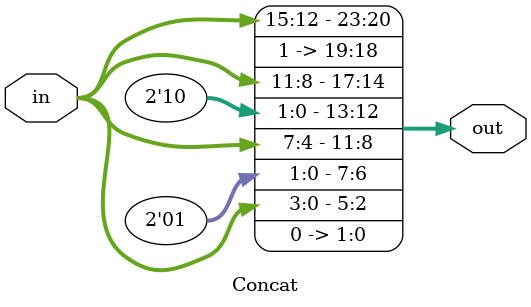
<source format=v>
module Concat 
#(
    parameter K  = 4,
    parameter SIZE = 16
)
(
    input [(K * $clog2(SIZE)) - 1 : 0] in,
    output [($clog2(SIZE) + $clog2(K)) * K - 1 : 0] out
);
    localparam IN_WIDTH = $clog2(SIZE);
    localparam OUT_WIDTH = $clog2(SIZE) + $clog2(K);

    genvar i;
    generate
        for (i = 0; i < K; i = i + 1) begin : gen_block
            if(K != 1) 
                assign out[OUT_WIDTH * (i + 1) - 1 : OUT_WIDTH * i] = 
                    {in[(IN_WIDTH * (i + 1)) - 1 : IN_WIDTH * i], i[$clog2(K) - 1 : 0]};
                
            else
                assign out[OUT_WIDTH * (i + 1) - 1 : OUT_WIDTH * i] = 
                    {in[(IN_WIDTH * (i + 1)) - 1 : IN_WIDTH * i], i};
        end
    endgenerate
endmodule

</source>
